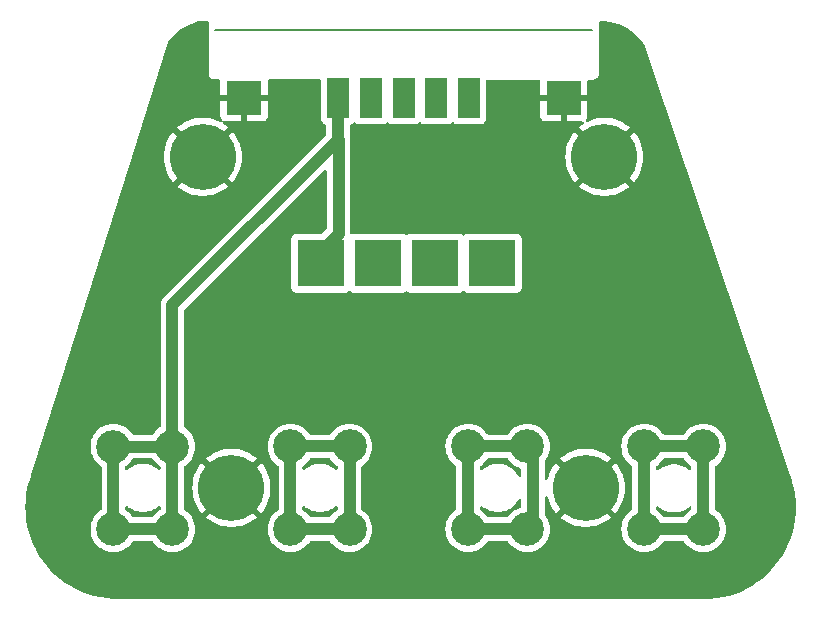
<source format=gtl>
%TF.GenerationSoftware,KiCad,Pcbnew,8.0.3*%
%TF.CreationDate,2024-06-22T21:50:30+02:00*%
%TF.ProjectId,W48_W49_Nummernschalter_Adapter,5734385f-5734-4395-9f4e-756d6d65726e,rev?*%
%TF.SameCoordinates,Original*%
%TF.FileFunction,Copper,L1,Top*%
%TF.FilePolarity,Positive*%
%FSLAX46Y46*%
G04 Gerber Fmt 4.6, Leading zero omitted, Abs format (unit mm)*
G04 Created by KiCad (PCBNEW 8.0.3) date 2024-06-22 21:50:30*
%MOMM*%
%LPD*%
G01*
G04 APERTURE LIST*
%TA.AperFunction,Conductor*%
%ADD10C,0.200000*%
%TD*%
%TA.AperFunction,ComponentPad*%
%ADD11C,3.600000*%
%TD*%
%TA.AperFunction,ConnectorPad*%
%ADD12C,5.600000*%
%TD*%
%TA.AperFunction,SMDPad,CuDef*%
%ADD13R,1.846667X3.480000*%
%TD*%
%TA.AperFunction,ComponentPad*%
%ADD14C,2.850000*%
%TD*%
%TA.AperFunction,ComponentPad*%
%ADD15R,4.000000X4.000000*%
%TD*%
%TA.AperFunction,SMDPad,CuDef*%
%ADD16R,3.000000X3.000000*%
%TD*%
%TA.AperFunction,Conductor*%
%ADD17C,1.000000*%
%TD*%
G04 APERTURE END LIST*
D10*
%TO.N,GND*%
X114000000Y-43250000D02*
X146000000Y-43250000D01*
%TD*%
D11*
%TO.P,H4,1,1*%
%TO.N,GND*%
X147000000Y-54000000D03*
D12*
X147000000Y-54000000D03*
%TD*%
D11*
%TO.P,H3,1,1*%
%TO.N,GND*%
X113000000Y-54000000D03*
D12*
X113000000Y-54000000D03*
%TD*%
D13*
%TO.P,J1,1,1*%
%TO.N,/GELB*%
X124460000Y-49000000D03*
%TO.P,J1,2,2*%
%TO.N,unconnected-(J1-Pad2)*%
X127230000Y-49000000D03*
%TO.P,J1,3,3*%
%TO.N,unconnected-(J1-Pad3)*%
X130000000Y-49000000D03*
%TO.P,J1,4,4*%
%TO.N,unconnected-(J1-Pad4)*%
X132770000Y-49000000D03*
%TO.P,J1,5,5*%
%TO.N,unconnected-(J1-Pad5)*%
X135540000Y-49000000D03*
%TD*%
D14*
%TO.P,J3,1_1,1*%
%TO.N,/BRAUN*%
X125430000Y-78515000D03*
%TO.P,J3,1_2,1*%
X120430000Y-78515000D03*
%TO.P,J3,1_3,1*%
X120430000Y-85525000D03*
%TO.P,J3,1_4,1*%
X125430000Y-85525000D03*
%TD*%
D11*
%TO.P,H1,1,1*%
%TO.N,GND*%
X145430000Y-82025000D03*
D12*
X145430000Y-82025000D03*
%TD*%
D14*
%TO.P,J5,1_1,1*%
%TO.N,/WEI\u00DF*%
X155380000Y-78515000D03*
%TO.P,J5,1_2,1*%
X150380000Y-78515000D03*
%TO.P,J5,1_3,1*%
X150380000Y-85525000D03*
%TO.P,J5,1_4,1*%
X155380000Y-85525000D03*
%TD*%
D15*
%TO.P,J6,1,Pin_1*%
%TO.N,/GELB*%
X123000000Y-63000000D03*
%TO.P,J6,2,Pin_2*%
%TO.N,/BRAUN*%
X127850000Y-63000000D03*
%TO.P,J6,3,Pin_3*%
X132650000Y-63000000D03*
%TO.P,J6,4,Pin_4*%
%TO.N,/WEI\u00DF*%
X137500000Y-63000000D03*
%TD*%
D14*
%TO.P,J4,1_1,1*%
%TO.N,/BRAUN*%
X140480000Y-78515000D03*
%TO.P,J4,1_2,1*%
X135480000Y-78515000D03*
%TO.P,J4,1_3,1*%
X135480000Y-85525000D03*
%TO.P,J4,1_4,1*%
X140480000Y-85525000D03*
%TD*%
D16*
%TO.P,TP1,1,1*%
%TO.N,GND*%
X143572663Y-49000000D03*
%TD*%
D14*
%TO.P,J2,1_1,1*%
%TO.N,/GELB*%
X110430000Y-78520000D03*
%TO.P,J2,1_2,1*%
X105430000Y-78520000D03*
%TO.P,J2,1_3,1*%
X105430000Y-85530000D03*
%TO.P,J2,1_4,1*%
X110430000Y-85530000D03*
%TD*%
D16*
%TO.P,TP2,1,1*%
%TO.N,GND*%
X116500000Y-49000000D03*
%TD*%
D11*
%TO.P,H2,1,1*%
%TO.N,GND*%
X115430000Y-82025000D03*
D12*
X115430000Y-82025000D03*
%TD*%
D17*
%TO.N,/BRAUN*%
X135480000Y-85525000D02*
X135480000Y-82406674D01*
X135448735Y-82198236D02*
X135453725Y-81789952D01*
X120430000Y-78515000D02*
X125430000Y-78515000D01*
X120430000Y-85525000D02*
X120430000Y-78515000D01*
X135980000Y-85525000D02*
X140980000Y-85525000D01*
X135453725Y-81789952D02*
X135480000Y-81639883D01*
X140980000Y-85525000D02*
X140980000Y-78515000D01*
X125430000Y-78515000D02*
X125430000Y-85525000D01*
X140980000Y-78515000D02*
X135980000Y-78515000D01*
X135480000Y-82406674D02*
X135448735Y-82198236D01*
X125430000Y-85525000D02*
X120430000Y-85525000D01*
X135480000Y-81639883D02*
X135480000Y-78515000D01*
%TO.N,/GELB*%
X105430000Y-85530000D02*
X105430000Y-78520000D01*
X124500000Y-52580000D02*
X124500000Y-60500000D01*
X124460000Y-49000000D02*
X124460000Y-52540000D01*
X110430000Y-78520000D02*
X110430000Y-85530000D01*
X110430000Y-85530000D02*
X105430000Y-85530000D01*
X110430000Y-67025000D02*
X110430000Y-78520000D01*
X110430000Y-66570000D02*
X110430000Y-67025000D01*
X105430000Y-78520000D02*
X110430000Y-78520000D01*
X124460000Y-52540000D02*
X110430000Y-66570000D01*
X124460000Y-52540000D02*
X124500000Y-52580000D01*
X124500000Y-60500000D02*
X122000000Y-63000000D01*
%TO.N,/WEI\u00DF*%
X150380000Y-78515000D02*
X150380000Y-85525000D01*
X155380000Y-85525000D02*
X155380000Y-78515000D01*
X150380000Y-85525000D02*
X155380000Y-85525000D01*
X155380000Y-78515000D02*
X150380000Y-78515000D01*
%TD*%
%TA.AperFunction,Conductor*%
%TO.N,GND*%
G36*
X113436543Y-42479969D02*
G01*
X113485206Y-42530106D01*
X113499500Y-42587903D01*
X113499500Y-46939775D01*
X113499460Y-47005597D01*
X113499499Y-47005890D01*
X113516640Y-47069864D01*
X113516649Y-47069935D01*
X113516659Y-47069933D01*
X113533494Y-47132912D01*
X113533608Y-47133187D01*
X113566635Y-47190392D01*
X113566671Y-47190455D01*
X113599315Y-47247074D01*
X113599503Y-47247318D01*
X113646300Y-47294114D01*
X113646354Y-47294168D01*
X113692445Y-47340315D01*
X113692685Y-47340499D01*
X113692686Y-47340500D01*
X113750074Y-47373633D01*
X113806535Y-47406276D01*
X113806536Y-47406276D01*
X113806539Y-47406278D01*
X113806809Y-47406390D01*
X113806811Y-47406390D01*
X113806814Y-47406392D01*
X113870197Y-47423374D01*
X113870263Y-47423414D01*
X113870269Y-47423394D01*
X113878434Y-47425587D01*
X113933809Y-47440461D01*
X113933819Y-47440461D01*
X113933859Y-47440467D01*
X113933949Y-47440479D01*
X113934108Y-47440500D01*
X113999022Y-47440500D01*
X114376075Y-47440725D01*
X114443102Y-47460450D01*
X114488825Y-47513281D01*
X114500000Y-47564725D01*
X114500000Y-48750000D01*
X118500000Y-48750000D01*
X118500000Y-47567264D01*
X118519685Y-47500225D01*
X118572489Y-47454470D01*
X118624066Y-47443265D01*
X122912243Y-47445829D01*
X122979268Y-47465554D01*
X123024991Y-47518385D01*
X123036166Y-47569829D01*
X123036166Y-50787870D01*
X123036167Y-50787876D01*
X123042574Y-50847483D01*
X123092868Y-50982328D01*
X123092872Y-50982335D01*
X123179118Y-51097544D01*
X123179121Y-51097547D01*
X123294330Y-51183793D01*
X123294339Y-51183798D01*
X123319591Y-51193216D01*
X123378832Y-51215311D01*
X123434766Y-51257181D01*
X123459184Y-51322645D01*
X123459500Y-51331493D01*
X123459500Y-52074217D01*
X123439815Y-52141256D01*
X123423181Y-52161898D01*
X109792220Y-65792859D01*
X109792218Y-65792861D01*
X109722538Y-65862540D01*
X109652859Y-65932219D01*
X109543371Y-66096079D01*
X109543364Y-66096092D01*
X109467950Y-66278160D01*
X109467947Y-66278170D01*
X109429500Y-66471456D01*
X109429500Y-76801647D01*
X109409815Y-76868686D01*
X109379811Y-76900914D01*
X109165846Y-77061086D01*
X109165834Y-77061096D01*
X108971096Y-77255834D01*
X108971080Y-77255852D01*
X108810915Y-77469810D01*
X108754982Y-77511682D01*
X108711648Y-77519500D01*
X107148352Y-77519500D01*
X107081313Y-77499815D01*
X107049085Y-77469810D01*
X106888919Y-77255852D01*
X106888903Y-77255834D01*
X106694165Y-77061096D01*
X106694147Y-77061080D01*
X106473665Y-76896030D01*
X106473657Y-76896025D01*
X106231930Y-76764032D01*
X106231931Y-76764032D01*
X106181679Y-76745289D01*
X105973862Y-76667777D01*
X105973855Y-76667775D01*
X105973854Y-76667775D01*
X105704734Y-76609232D01*
X105704727Y-76609231D01*
X105430001Y-76589582D01*
X105429999Y-76589582D01*
X105155272Y-76609231D01*
X105155265Y-76609232D01*
X104886145Y-76667775D01*
X104886141Y-76667776D01*
X104886138Y-76667777D01*
X104700402Y-76737052D01*
X104628069Y-76764032D01*
X104386342Y-76896025D01*
X104386334Y-76896030D01*
X104165852Y-77061080D01*
X104165834Y-77061096D01*
X103971096Y-77255834D01*
X103971080Y-77255852D01*
X103806030Y-77476334D01*
X103806025Y-77476342D01*
X103674032Y-77718069D01*
X103674030Y-77718075D01*
X103577777Y-77976138D01*
X103577776Y-77976141D01*
X103577775Y-77976145D01*
X103519232Y-78245265D01*
X103519231Y-78245272D01*
X103499582Y-78519998D01*
X103499582Y-78520001D01*
X103519231Y-78794727D01*
X103519232Y-78794734D01*
X103576689Y-79058862D01*
X103577777Y-79063862D01*
X103672165Y-79316925D01*
X103674032Y-79321930D01*
X103806025Y-79563657D01*
X103806030Y-79563665D01*
X103971080Y-79784147D01*
X103971096Y-79784165D01*
X104165834Y-79978903D01*
X104165852Y-79978919D01*
X104379810Y-80139085D01*
X104421682Y-80195018D01*
X104429500Y-80238352D01*
X104429500Y-83811647D01*
X104409815Y-83878686D01*
X104379811Y-83910914D01*
X104165846Y-84071086D01*
X104165834Y-84071096D01*
X103971096Y-84265834D01*
X103971080Y-84265852D01*
X103806030Y-84486334D01*
X103806025Y-84486342D01*
X103674032Y-84728069D01*
X103671298Y-84735400D01*
X103577777Y-84986138D01*
X103577776Y-84986141D01*
X103577775Y-84986145D01*
X103519232Y-85255265D01*
X103519231Y-85255272D01*
X103499582Y-85529998D01*
X103499582Y-85530001D01*
X103519231Y-85804727D01*
X103519232Y-85804734D01*
X103576689Y-86068862D01*
X103577777Y-86073862D01*
X103660266Y-86295023D01*
X103674032Y-86331930D01*
X103806025Y-86573657D01*
X103806030Y-86573665D01*
X103971080Y-86794147D01*
X103971096Y-86794165D01*
X104165834Y-86988903D01*
X104165852Y-86988919D01*
X104386334Y-87153969D01*
X104386342Y-87153974D01*
X104628069Y-87285967D01*
X104628068Y-87285967D01*
X104628072Y-87285968D01*
X104628075Y-87285970D01*
X104886138Y-87382223D01*
X105155273Y-87440769D01*
X105410350Y-87459012D01*
X105429999Y-87460418D01*
X105430000Y-87460418D01*
X105430001Y-87460418D01*
X105448338Y-87459106D01*
X105704727Y-87440769D01*
X105973862Y-87382223D01*
X106231925Y-87285970D01*
X106473663Y-87153971D01*
X106694155Y-86988913D01*
X106888913Y-86794155D01*
X107049085Y-86580190D01*
X107105018Y-86538318D01*
X107148352Y-86530500D01*
X108711648Y-86530500D01*
X108778687Y-86550185D01*
X108810915Y-86580190D01*
X108971080Y-86794147D01*
X108971096Y-86794165D01*
X109165834Y-86988903D01*
X109165852Y-86988919D01*
X109386334Y-87153969D01*
X109386342Y-87153974D01*
X109628069Y-87285967D01*
X109628068Y-87285967D01*
X109628072Y-87285968D01*
X109628075Y-87285970D01*
X109886138Y-87382223D01*
X110155273Y-87440769D01*
X110410350Y-87459012D01*
X110429999Y-87460418D01*
X110430000Y-87460418D01*
X110430001Y-87460418D01*
X110448338Y-87459106D01*
X110704727Y-87440769D01*
X110973862Y-87382223D01*
X111231925Y-87285970D01*
X111473663Y-87153971D01*
X111694155Y-86988913D01*
X111888913Y-86794155D01*
X112053971Y-86573663D01*
X112185970Y-86331925D01*
X112282223Y-86073862D01*
X112340769Y-85804727D01*
X112360418Y-85530000D01*
X112360060Y-85525001D01*
X112352399Y-85417884D01*
X112340769Y-85255273D01*
X112282223Y-84986138D01*
X112185970Y-84728075D01*
X112173698Y-84705601D01*
X112053974Y-84486342D01*
X112053969Y-84486334D01*
X111888919Y-84265852D01*
X111888903Y-84265834D01*
X111694165Y-84071096D01*
X111694159Y-84071091D01*
X111694155Y-84071087D01*
X111559900Y-83970585D01*
X111480189Y-83910914D01*
X111438318Y-83854980D01*
X111430500Y-83811647D01*
X111430500Y-82024997D01*
X112125153Y-82024997D01*
X112125153Y-82025002D01*
X112144526Y-82382314D01*
X112144527Y-82382331D01*
X112202415Y-82735431D01*
X112202421Y-82735457D01*
X112298147Y-83080232D01*
X112298149Y-83080239D01*
X112430597Y-83412659D01*
X112430606Y-83412677D01*
X112598218Y-83728827D01*
X112799024Y-84024994D01*
X112799035Y-84025008D01*
X112926441Y-84175002D01*
X112926442Y-84175002D01*
X114135747Y-82965697D01*
X114209588Y-83067330D01*
X114387670Y-83245412D01*
X114489300Y-83319251D01*
X113277257Y-84531294D01*
X113290495Y-84543836D01*
X113575367Y-84760388D01*
X113575370Y-84760390D01*
X113881990Y-84944876D01*
X114206739Y-85095122D01*
X114206744Y-85095123D01*
X114545855Y-85209383D01*
X114895339Y-85286311D01*
X115251075Y-85324999D01*
X115251085Y-85325000D01*
X115608915Y-85325000D01*
X115608924Y-85324999D01*
X115964660Y-85286311D01*
X116314144Y-85209383D01*
X116653255Y-85095123D01*
X116653260Y-85095122D01*
X116978009Y-84944876D01*
X117284629Y-84760390D01*
X117284632Y-84760388D01*
X117569509Y-84543831D01*
X117582742Y-84531295D01*
X117582742Y-84531294D01*
X116370699Y-83319251D01*
X116472330Y-83245412D01*
X116650412Y-83067330D01*
X116724252Y-82965698D01*
X117933556Y-84175002D01*
X118060972Y-84024998D01*
X118060975Y-84024994D01*
X118261781Y-83728827D01*
X118429393Y-83412677D01*
X118429402Y-83412659D01*
X118561850Y-83080239D01*
X118561852Y-83080232D01*
X118657578Y-82735457D01*
X118657584Y-82735431D01*
X118715472Y-82382331D01*
X118715473Y-82382314D01*
X118734847Y-82025002D01*
X118734847Y-82024997D01*
X118715473Y-81667685D01*
X118715472Y-81667668D01*
X118657584Y-81314568D01*
X118657578Y-81314542D01*
X118561852Y-80969767D01*
X118561850Y-80969760D01*
X118429402Y-80637340D01*
X118429393Y-80637322D01*
X118261781Y-80321172D01*
X118060975Y-80025005D01*
X118060964Y-80024991D01*
X117933556Y-79874996D01*
X116724251Y-81084300D01*
X116650412Y-80982670D01*
X116472330Y-80804588D01*
X116370698Y-80730748D01*
X117582742Y-79518704D01*
X117569504Y-79506163D01*
X117284632Y-79289611D01*
X117284629Y-79289609D01*
X116978009Y-79105123D01*
X116653260Y-78954877D01*
X116653255Y-78954876D01*
X116314144Y-78840616D01*
X115964660Y-78763688D01*
X115608924Y-78725000D01*
X115251075Y-78725000D01*
X114895339Y-78763688D01*
X114545855Y-78840616D01*
X114206744Y-78954876D01*
X114206739Y-78954877D01*
X113881990Y-79105123D01*
X113575370Y-79289609D01*
X113575367Y-79289611D01*
X113290486Y-79506170D01*
X113290485Y-79506171D01*
X113277257Y-79518702D01*
X113277256Y-79518703D01*
X114489301Y-80730748D01*
X114387670Y-80804588D01*
X114209588Y-80982670D01*
X114135748Y-81084301D01*
X112926442Y-79874995D01*
X112926441Y-79874996D01*
X112799033Y-80024992D01*
X112598218Y-80321172D01*
X112430606Y-80637322D01*
X112430597Y-80637340D01*
X112298149Y-80969760D01*
X112298147Y-80969767D01*
X112202421Y-81314542D01*
X112202415Y-81314568D01*
X112144527Y-81667668D01*
X112144526Y-81667685D01*
X112125153Y-82024997D01*
X111430500Y-82024997D01*
X111430500Y-80238352D01*
X111450185Y-80171313D01*
X111480190Y-80139085D01*
X111694147Y-79978919D01*
X111694147Y-79978918D01*
X111694155Y-79978913D01*
X111888913Y-79784155D01*
X112053971Y-79563663D01*
X112185970Y-79321925D01*
X112282223Y-79063862D01*
X112340769Y-78794727D01*
X112360418Y-78520000D01*
X112360060Y-78515001D01*
X112360060Y-78514998D01*
X118499582Y-78514998D01*
X118499582Y-78515001D01*
X118519231Y-78789727D01*
X118519232Y-78789734D01*
X118577775Y-79058854D01*
X118577777Y-79058862D01*
X118674030Y-79316925D01*
X118674032Y-79316930D01*
X118806025Y-79558657D01*
X118806030Y-79558665D01*
X118971080Y-79779147D01*
X118971096Y-79779165D01*
X119165834Y-79973903D01*
X119165852Y-79973919D01*
X119379810Y-80134085D01*
X119421682Y-80190018D01*
X119429500Y-80233352D01*
X119429500Y-83806647D01*
X119409815Y-83873686D01*
X119379811Y-83905914D01*
X119165846Y-84066086D01*
X119165834Y-84066096D01*
X118971096Y-84260834D01*
X118971080Y-84260852D01*
X118806030Y-84481334D01*
X118806025Y-84481342D01*
X118674032Y-84723069D01*
X118669433Y-84735400D01*
X118577777Y-84981138D01*
X118577776Y-84981141D01*
X118577775Y-84981145D01*
X118519232Y-85250265D01*
X118519231Y-85250272D01*
X118499582Y-85524998D01*
X118499582Y-85525001D01*
X118519231Y-85799727D01*
X118519232Y-85799734D01*
X118520320Y-85804734D01*
X118577777Y-86068862D01*
X118662131Y-86295023D01*
X118674032Y-86326930D01*
X118806025Y-86568657D01*
X118806030Y-86568665D01*
X118971080Y-86789147D01*
X118971096Y-86789165D01*
X119165834Y-86983903D01*
X119165852Y-86983919D01*
X119386334Y-87148969D01*
X119386342Y-87148974D01*
X119628069Y-87280967D01*
X119628068Y-87280967D01*
X119628072Y-87280968D01*
X119628075Y-87280970D01*
X119886138Y-87377223D01*
X120155273Y-87435769D01*
X120410350Y-87454012D01*
X120429999Y-87455418D01*
X120430000Y-87455418D01*
X120430001Y-87455418D01*
X120448338Y-87454106D01*
X120704727Y-87435769D01*
X120973862Y-87377223D01*
X121231925Y-87280970D01*
X121473663Y-87148971D01*
X121694155Y-86983913D01*
X121888913Y-86789155D01*
X122049085Y-86575190D01*
X122105018Y-86533318D01*
X122148352Y-86525500D01*
X123711648Y-86525500D01*
X123778687Y-86545185D01*
X123810915Y-86575190D01*
X123971080Y-86789147D01*
X123971096Y-86789165D01*
X124165834Y-86983903D01*
X124165852Y-86983919D01*
X124386334Y-87148969D01*
X124386342Y-87148974D01*
X124628069Y-87280967D01*
X124628068Y-87280967D01*
X124628072Y-87280968D01*
X124628075Y-87280970D01*
X124886138Y-87377223D01*
X125155273Y-87435769D01*
X125410350Y-87454012D01*
X125429999Y-87455418D01*
X125430000Y-87455418D01*
X125430001Y-87455418D01*
X125448338Y-87454106D01*
X125704727Y-87435769D01*
X125973862Y-87377223D01*
X126231925Y-87280970D01*
X126473663Y-87148971D01*
X126694155Y-86983913D01*
X126888913Y-86789155D01*
X127053971Y-86568663D01*
X127185970Y-86326925D01*
X127282223Y-86068862D01*
X127340769Y-85799727D01*
X127360418Y-85525000D01*
X127340769Y-85250273D01*
X127282223Y-84981138D01*
X127185970Y-84723075D01*
X127176428Y-84705601D01*
X127053974Y-84481342D01*
X127053969Y-84481334D01*
X126888919Y-84260852D01*
X126888903Y-84260834D01*
X126694165Y-84066096D01*
X126694159Y-84066091D01*
X126694155Y-84066087D01*
X126486868Y-83910914D01*
X126480189Y-83905914D01*
X126438318Y-83849980D01*
X126430500Y-83806647D01*
X126430500Y-80233352D01*
X126450185Y-80166313D01*
X126480190Y-80134085D01*
X126694147Y-79973919D01*
X126694147Y-79973918D01*
X126694155Y-79973913D01*
X126888913Y-79779155D01*
X127053971Y-79558663D01*
X127185970Y-79316925D01*
X127282223Y-79058862D01*
X127340769Y-78789727D01*
X127360418Y-78515000D01*
X127360418Y-78514998D01*
X133549582Y-78514998D01*
X133549582Y-78515001D01*
X133569231Y-78789727D01*
X133569232Y-78789734D01*
X133627775Y-79058854D01*
X133627777Y-79058862D01*
X133724030Y-79316925D01*
X133724032Y-79316930D01*
X133856025Y-79558657D01*
X133856030Y-79558665D01*
X134021080Y-79779147D01*
X134021096Y-79779165D01*
X134215834Y-79973903D01*
X134215852Y-79973919D01*
X134429810Y-80134085D01*
X134471682Y-80190018D01*
X134479500Y-80233352D01*
X134479500Y-81542182D01*
X134477642Y-81563569D01*
X134471634Y-81597881D01*
X134470805Y-81602169D01*
X134454503Y-81679191D01*
X134454408Y-81686970D01*
X134452561Y-81706812D01*
X134451222Y-81714463D01*
X134451222Y-81714465D01*
X134453033Y-81793147D01*
X134453057Y-81797516D01*
X134448550Y-82166216D01*
X134448419Y-82170582D01*
X134444686Y-82249194D01*
X134444686Y-82249205D01*
X134445837Y-82256877D01*
X134447199Y-82276768D01*
X134447104Y-82284538D01*
X134447105Y-82284543D01*
X134461517Y-82361932D01*
X134462241Y-82366239D01*
X134478128Y-82472146D01*
X134479500Y-82490541D01*
X134479500Y-83806647D01*
X134459815Y-83873686D01*
X134429811Y-83905914D01*
X134215846Y-84066086D01*
X134215834Y-84066096D01*
X134021096Y-84260834D01*
X134021080Y-84260852D01*
X133856030Y-84481334D01*
X133856025Y-84481342D01*
X133724032Y-84723069D01*
X133719433Y-84735400D01*
X133627777Y-84981138D01*
X133627776Y-84981141D01*
X133627775Y-84981145D01*
X133569232Y-85250265D01*
X133569231Y-85250272D01*
X133549582Y-85524998D01*
X133549582Y-85525001D01*
X133569231Y-85799727D01*
X133569232Y-85799734D01*
X133570320Y-85804734D01*
X133627777Y-86068862D01*
X133712131Y-86295023D01*
X133724032Y-86326930D01*
X133856025Y-86568657D01*
X133856030Y-86568665D01*
X134021080Y-86789147D01*
X134021096Y-86789165D01*
X134215834Y-86983903D01*
X134215852Y-86983919D01*
X134436334Y-87148969D01*
X134436342Y-87148974D01*
X134678069Y-87280967D01*
X134678068Y-87280967D01*
X134678072Y-87280968D01*
X134678075Y-87280970D01*
X134936138Y-87377223D01*
X135205273Y-87435769D01*
X135460350Y-87454012D01*
X135479999Y-87455418D01*
X135480000Y-87455418D01*
X135480001Y-87455418D01*
X135498338Y-87454106D01*
X135754727Y-87435769D01*
X136023862Y-87377223D01*
X136281925Y-87280970D01*
X136523663Y-87148971D01*
X136744155Y-86983913D01*
X136938913Y-86789155D01*
X137099085Y-86575190D01*
X137155018Y-86533318D01*
X137198352Y-86525500D01*
X138761648Y-86525500D01*
X138828687Y-86545185D01*
X138860915Y-86575190D01*
X139021080Y-86789147D01*
X139021096Y-86789165D01*
X139215834Y-86983903D01*
X139215852Y-86983919D01*
X139436334Y-87148969D01*
X139436342Y-87148974D01*
X139678069Y-87280967D01*
X139678068Y-87280967D01*
X139678072Y-87280968D01*
X139678075Y-87280970D01*
X139936138Y-87377223D01*
X140205273Y-87435769D01*
X140460350Y-87454012D01*
X140479999Y-87455418D01*
X140480000Y-87455418D01*
X140480001Y-87455418D01*
X140498338Y-87454106D01*
X140754727Y-87435769D01*
X141023862Y-87377223D01*
X141281925Y-87280970D01*
X141523663Y-87148971D01*
X141744155Y-86983913D01*
X141938913Y-86789155D01*
X142103971Y-86568663D01*
X142235970Y-86326925D01*
X142332223Y-86068862D01*
X142390769Y-85799727D01*
X142410418Y-85525000D01*
X142390769Y-85250273D01*
X142332223Y-84981138D01*
X142235970Y-84723075D01*
X142226428Y-84705601D01*
X142103974Y-84481342D01*
X142103969Y-84481334D01*
X142005233Y-84349437D01*
X141980816Y-84283973D01*
X141980500Y-84275127D01*
X141980500Y-82846278D01*
X142000185Y-82779239D01*
X142052989Y-82733484D01*
X142122147Y-82723540D01*
X142185703Y-82752565D01*
X142223477Y-82811343D01*
X142223980Y-82813105D01*
X142298147Y-83080232D01*
X142298149Y-83080239D01*
X142430597Y-83412659D01*
X142430606Y-83412677D01*
X142598218Y-83728827D01*
X142799024Y-84024994D01*
X142799035Y-84025008D01*
X142926441Y-84175002D01*
X142926442Y-84175002D01*
X144135747Y-82965697D01*
X144209588Y-83067330D01*
X144387670Y-83245412D01*
X144489300Y-83319251D01*
X143277257Y-84531294D01*
X143290495Y-84543836D01*
X143575367Y-84760388D01*
X143575370Y-84760390D01*
X143881990Y-84944876D01*
X144206739Y-85095122D01*
X144206744Y-85095123D01*
X144545855Y-85209383D01*
X144895339Y-85286311D01*
X145251075Y-85324999D01*
X145251085Y-85325000D01*
X145608915Y-85325000D01*
X145608924Y-85324999D01*
X145964660Y-85286311D01*
X146314144Y-85209383D01*
X146653255Y-85095123D01*
X146653260Y-85095122D01*
X146978009Y-84944876D01*
X147284629Y-84760390D01*
X147284632Y-84760388D01*
X147569509Y-84543831D01*
X147582742Y-84531295D01*
X147582742Y-84531294D01*
X146370699Y-83319251D01*
X146472330Y-83245412D01*
X146650412Y-83067330D01*
X146724251Y-82965698D01*
X147933556Y-84175002D01*
X148060972Y-84024998D01*
X148060975Y-84024994D01*
X148261781Y-83728827D01*
X148429393Y-83412677D01*
X148429402Y-83412659D01*
X148561850Y-83080239D01*
X148561852Y-83080232D01*
X148657578Y-82735457D01*
X148657584Y-82735431D01*
X148715472Y-82382331D01*
X148715473Y-82382314D01*
X148734847Y-82025002D01*
X148734847Y-82024997D01*
X148715473Y-81667685D01*
X148715472Y-81667668D01*
X148657584Y-81314568D01*
X148657578Y-81314542D01*
X148561852Y-80969767D01*
X148561850Y-80969760D01*
X148429402Y-80637340D01*
X148429393Y-80637322D01*
X148261781Y-80321172D01*
X148060975Y-80025005D01*
X148060964Y-80024991D01*
X147933556Y-79874996D01*
X146724251Y-81084300D01*
X146650412Y-80982670D01*
X146472330Y-80804588D01*
X146370698Y-80730748D01*
X147582742Y-79518704D01*
X147569504Y-79506163D01*
X147284632Y-79289611D01*
X147284629Y-79289609D01*
X146978009Y-79105123D01*
X146653260Y-78954877D01*
X146653255Y-78954876D01*
X146314144Y-78840616D01*
X145964660Y-78763688D01*
X145608924Y-78725000D01*
X145251075Y-78725000D01*
X144895339Y-78763688D01*
X144545855Y-78840616D01*
X144206744Y-78954876D01*
X144206739Y-78954877D01*
X143881990Y-79105123D01*
X143575370Y-79289609D01*
X143575367Y-79289611D01*
X143290486Y-79506170D01*
X143290485Y-79506171D01*
X143277257Y-79518702D01*
X143277256Y-79518703D01*
X144489301Y-80730748D01*
X144387670Y-80804588D01*
X144209588Y-80982670D01*
X144135748Y-81084301D01*
X142926442Y-79874995D01*
X142926441Y-79874996D01*
X142799033Y-80024992D01*
X142598218Y-80321172D01*
X142430606Y-80637322D01*
X142430597Y-80637340D01*
X142298149Y-80969760D01*
X142298148Y-80969762D01*
X142223980Y-81236895D01*
X142187078Y-81296224D01*
X142123958Y-81326185D01*
X142054660Y-81317264D01*
X142001186Y-81272294D01*
X141980514Y-81205553D01*
X141980500Y-81203721D01*
X141980500Y-79764871D01*
X142000185Y-79697832D01*
X142005218Y-79690581D01*
X142103971Y-79558663D01*
X142235970Y-79316925D01*
X142332223Y-79058862D01*
X142390769Y-78789727D01*
X142410418Y-78515000D01*
X142410418Y-78514998D01*
X148449582Y-78514998D01*
X148449582Y-78515001D01*
X148469231Y-78789727D01*
X148469232Y-78789734D01*
X148527775Y-79058854D01*
X148527777Y-79058862D01*
X148624030Y-79316925D01*
X148624032Y-79316930D01*
X148756025Y-79558657D01*
X148756030Y-79558665D01*
X148921080Y-79779147D01*
X148921096Y-79779165D01*
X149115834Y-79973903D01*
X149115852Y-79973919D01*
X149329810Y-80134085D01*
X149371682Y-80190018D01*
X149379500Y-80233352D01*
X149379500Y-83806647D01*
X149359815Y-83873686D01*
X149329811Y-83905914D01*
X149115846Y-84066086D01*
X149115834Y-84066096D01*
X148921096Y-84260834D01*
X148921080Y-84260852D01*
X148756030Y-84481334D01*
X148756025Y-84481342D01*
X148624032Y-84723069D01*
X148619433Y-84735400D01*
X148527777Y-84981138D01*
X148527776Y-84981141D01*
X148527775Y-84981145D01*
X148469232Y-85250265D01*
X148469231Y-85250272D01*
X148449582Y-85524998D01*
X148449582Y-85525001D01*
X148469231Y-85799727D01*
X148469232Y-85799734D01*
X148470320Y-85804734D01*
X148527777Y-86068862D01*
X148612131Y-86295023D01*
X148624032Y-86326930D01*
X148756025Y-86568657D01*
X148756030Y-86568665D01*
X148921080Y-86789147D01*
X148921096Y-86789165D01*
X149115834Y-86983903D01*
X149115852Y-86983919D01*
X149336334Y-87148969D01*
X149336342Y-87148974D01*
X149578069Y-87280967D01*
X149578068Y-87280967D01*
X149578072Y-87280968D01*
X149578075Y-87280970D01*
X149836138Y-87377223D01*
X150105273Y-87435769D01*
X150360350Y-87454012D01*
X150379999Y-87455418D01*
X150380000Y-87455418D01*
X150380001Y-87455418D01*
X150398338Y-87454106D01*
X150654727Y-87435769D01*
X150923862Y-87377223D01*
X151181925Y-87280970D01*
X151423663Y-87148971D01*
X151644155Y-86983913D01*
X151838913Y-86789155D01*
X151999085Y-86575190D01*
X152055018Y-86533318D01*
X152098352Y-86525500D01*
X153661648Y-86525500D01*
X153728687Y-86545185D01*
X153760915Y-86575190D01*
X153921080Y-86789147D01*
X153921096Y-86789165D01*
X154115834Y-86983903D01*
X154115852Y-86983919D01*
X154336334Y-87148969D01*
X154336342Y-87148974D01*
X154578069Y-87280967D01*
X154578068Y-87280967D01*
X154578072Y-87280968D01*
X154578075Y-87280970D01*
X154836138Y-87377223D01*
X155105273Y-87435769D01*
X155360350Y-87454012D01*
X155379999Y-87455418D01*
X155380000Y-87455418D01*
X155380001Y-87455418D01*
X155398338Y-87454106D01*
X155654727Y-87435769D01*
X155923862Y-87377223D01*
X156181925Y-87280970D01*
X156423663Y-87148971D01*
X156644155Y-86983913D01*
X156838913Y-86789155D01*
X157003971Y-86568663D01*
X157135970Y-86326925D01*
X157232223Y-86068862D01*
X157290769Y-85799727D01*
X157310418Y-85525000D01*
X157290769Y-85250273D01*
X157232223Y-84981138D01*
X157135970Y-84723075D01*
X157126428Y-84705601D01*
X157003974Y-84481342D01*
X157003969Y-84481334D01*
X156838919Y-84260852D01*
X156838903Y-84260834D01*
X156644165Y-84066096D01*
X156644159Y-84066091D01*
X156644155Y-84066087D01*
X156436868Y-83910914D01*
X156430189Y-83905914D01*
X156388318Y-83849980D01*
X156380500Y-83806647D01*
X156380500Y-80233352D01*
X156400185Y-80166313D01*
X156430190Y-80134085D01*
X156644147Y-79973919D01*
X156644147Y-79973918D01*
X156644155Y-79973913D01*
X156838913Y-79779155D01*
X157003971Y-79558663D01*
X157135970Y-79316925D01*
X157232223Y-79058862D01*
X157290769Y-78789727D01*
X157310418Y-78515000D01*
X157290769Y-78240273D01*
X157232223Y-77971138D01*
X157135970Y-77713075D01*
X157003971Y-77471337D01*
X156999085Y-77464810D01*
X156838919Y-77250852D01*
X156838903Y-77250834D01*
X156644165Y-77056096D01*
X156644147Y-77056080D01*
X156423665Y-76891030D01*
X156423657Y-76891025D01*
X156181930Y-76759032D01*
X156181931Y-76759032D01*
X156131679Y-76740289D01*
X155923862Y-76662777D01*
X155923855Y-76662775D01*
X155923854Y-76662775D01*
X155654734Y-76604232D01*
X155654727Y-76604231D01*
X155380001Y-76584582D01*
X155379999Y-76584582D01*
X155105272Y-76604231D01*
X155105265Y-76604232D01*
X154836145Y-76662775D01*
X154836141Y-76662776D01*
X154836138Y-76662777D01*
X154650402Y-76732052D01*
X154578069Y-76759032D01*
X154336342Y-76891025D01*
X154336334Y-76891030D01*
X154115852Y-77056080D01*
X154115834Y-77056096D01*
X153921096Y-77250834D01*
X153921080Y-77250852D01*
X153760915Y-77464810D01*
X153704982Y-77506682D01*
X153661648Y-77514500D01*
X152098352Y-77514500D01*
X152031313Y-77494815D01*
X151999085Y-77464810D01*
X151838919Y-77250852D01*
X151838903Y-77250834D01*
X151644165Y-77056096D01*
X151644147Y-77056080D01*
X151423665Y-76891030D01*
X151423657Y-76891025D01*
X151181930Y-76759032D01*
X151181931Y-76759032D01*
X151131679Y-76740289D01*
X150923862Y-76662777D01*
X150923855Y-76662775D01*
X150923854Y-76662775D01*
X150654734Y-76604232D01*
X150654727Y-76604231D01*
X150380001Y-76584582D01*
X150379999Y-76584582D01*
X150105272Y-76604231D01*
X150105265Y-76604232D01*
X149836145Y-76662775D01*
X149836141Y-76662776D01*
X149836138Y-76662777D01*
X149650402Y-76732052D01*
X149578069Y-76759032D01*
X149336342Y-76891025D01*
X149336334Y-76891030D01*
X149115852Y-77056080D01*
X149115834Y-77056096D01*
X148921096Y-77250834D01*
X148921080Y-77250852D01*
X148756030Y-77471334D01*
X148756025Y-77471342D01*
X148624032Y-77713069D01*
X148624030Y-77713075D01*
X148527777Y-77971138D01*
X148527776Y-77971141D01*
X148527775Y-77971145D01*
X148469232Y-78240265D01*
X148469231Y-78240272D01*
X148449582Y-78514998D01*
X142410418Y-78514998D01*
X142390769Y-78240273D01*
X142332223Y-77971138D01*
X142235970Y-77713075D01*
X142103971Y-77471337D01*
X142099085Y-77464810D01*
X141938919Y-77250852D01*
X141938903Y-77250834D01*
X141744165Y-77056096D01*
X141744147Y-77056080D01*
X141523665Y-76891030D01*
X141523657Y-76891025D01*
X141281930Y-76759032D01*
X141281931Y-76759032D01*
X141231679Y-76740289D01*
X141023862Y-76662777D01*
X141023855Y-76662775D01*
X141023854Y-76662775D01*
X140754734Y-76604232D01*
X140754727Y-76604231D01*
X140480001Y-76584582D01*
X140479999Y-76584582D01*
X140205272Y-76604231D01*
X140205265Y-76604232D01*
X139936145Y-76662775D01*
X139936141Y-76662776D01*
X139936138Y-76662777D01*
X139750402Y-76732052D01*
X139678069Y-76759032D01*
X139436342Y-76891025D01*
X139436334Y-76891030D01*
X139215852Y-77056080D01*
X139215834Y-77056096D01*
X139021096Y-77250834D01*
X139021080Y-77250852D01*
X138860915Y-77464810D01*
X138804982Y-77506682D01*
X138761648Y-77514500D01*
X137198352Y-77514500D01*
X137131313Y-77494815D01*
X137099085Y-77464810D01*
X136938919Y-77250852D01*
X136938903Y-77250834D01*
X136744165Y-77056096D01*
X136744147Y-77056080D01*
X136523665Y-76891030D01*
X136523657Y-76891025D01*
X136281930Y-76759032D01*
X136281931Y-76759032D01*
X136231679Y-76740289D01*
X136023862Y-76662777D01*
X136023855Y-76662775D01*
X136023854Y-76662775D01*
X135754734Y-76604232D01*
X135754727Y-76604231D01*
X135480001Y-76584582D01*
X135479999Y-76584582D01*
X135205272Y-76604231D01*
X135205265Y-76604232D01*
X134936145Y-76662775D01*
X134936141Y-76662776D01*
X134936138Y-76662777D01*
X134750402Y-76732052D01*
X134678069Y-76759032D01*
X134436342Y-76891025D01*
X134436334Y-76891030D01*
X134215852Y-77056080D01*
X134215834Y-77056096D01*
X134021096Y-77250834D01*
X134021080Y-77250852D01*
X133856030Y-77471334D01*
X133856025Y-77471342D01*
X133724032Y-77713069D01*
X133724030Y-77713075D01*
X133627777Y-77971138D01*
X133627776Y-77971141D01*
X133627775Y-77971145D01*
X133569232Y-78240265D01*
X133569231Y-78240272D01*
X133549582Y-78514998D01*
X127360418Y-78514998D01*
X127340769Y-78240273D01*
X127282223Y-77971138D01*
X127185970Y-77713075D01*
X127053971Y-77471337D01*
X127049085Y-77464810D01*
X126888919Y-77250852D01*
X126888903Y-77250834D01*
X126694165Y-77056096D01*
X126694147Y-77056080D01*
X126473665Y-76891030D01*
X126473657Y-76891025D01*
X126231930Y-76759032D01*
X126231931Y-76759032D01*
X126181679Y-76740289D01*
X125973862Y-76662777D01*
X125973855Y-76662775D01*
X125973854Y-76662775D01*
X125704734Y-76604232D01*
X125704727Y-76604231D01*
X125430001Y-76584582D01*
X125429999Y-76584582D01*
X125155272Y-76604231D01*
X125155265Y-76604232D01*
X124886145Y-76662775D01*
X124886141Y-76662776D01*
X124886138Y-76662777D01*
X124700402Y-76732052D01*
X124628069Y-76759032D01*
X124386342Y-76891025D01*
X124386334Y-76891030D01*
X124165852Y-77056080D01*
X124165834Y-77056096D01*
X123971096Y-77250834D01*
X123971080Y-77250852D01*
X123810915Y-77464810D01*
X123754982Y-77506682D01*
X123711648Y-77514500D01*
X122148352Y-77514500D01*
X122081313Y-77494815D01*
X122049085Y-77464810D01*
X121888919Y-77250852D01*
X121888903Y-77250834D01*
X121694165Y-77056096D01*
X121694147Y-77056080D01*
X121473665Y-76891030D01*
X121473657Y-76891025D01*
X121231930Y-76759032D01*
X121231931Y-76759032D01*
X121181679Y-76740289D01*
X120973862Y-76662777D01*
X120973855Y-76662775D01*
X120973854Y-76662775D01*
X120704734Y-76604232D01*
X120704727Y-76604231D01*
X120430001Y-76584582D01*
X120429999Y-76584582D01*
X120155272Y-76604231D01*
X120155265Y-76604232D01*
X119886145Y-76662775D01*
X119886141Y-76662776D01*
X119886138Y-76662777D01*
X119700402Y-76732052D01*
X119628069Y-76759032D01*
X119386342Y-76891025D01*
X119386334Y-76891030D01*
X119165852Y-77056080D01*
X119165834Y-77056096D01*
X118971096Y-77250834D01*
X118971080Y-77250852D01*
X118806030Y-77471334D01*
X118806025Y-77471342D01*
X118674032Y-77713069D01*
X118674030Y-77713075D01*
X118577777Y-77971138D01*
X118577776Y-77971141D01*
X118577775Y-77971145D01*
X118519232Y-78240265D01*
X118519231Y-78240272D01*
X118499582Y-78514998D01*
X112360060Y-78514998D01*
X112357794Y-78483323D01*
X112340769Y-78245273D01*
X112282223Y-77976138D01*
X112185970Y-77718075D01*
X112053971Y-77476337D01*
X112045342Y-77464810D01*
X111888919Y-77255852D01*
X111888903Y-77255834D01*
X111694165Y-77061096D01*
X111694159Y-77061091D01*
X111694155Y-77061087D01*
X111480189Y-76900914D01*
X111438318Y-76844980D01*
X111430500Y-76801647D01*
X111430500Y-67035782D01*
X111450185Y-66968743D01*
X111466819Y-66948101D01*
X123287819Y-55127101D01*
X123349142Y-55093616D01*
X123418834Y-55098600D01*
X123474767Y-55140472D01*
X123499184Y-55205936D01*
X123499500Y-55214782D01*
X123499500Y-60034217D01*
X123479815Y-60101256D01*
X123463181Y-60121898D01*
X123121898Y-60463181D01*
X123060575Y-60496666D01*
X123034217Y-60499500D01*
X120952129Y-60499500D01*
X120952123Y-60499501D01*
X120892516Y-60505908D01*
X120757671Y-60556202D01*
X120757664Y-60556206D01*
X120642455Y-60642452D01*
X120642452Y-60642455D01*
X120556206Y-60757664D01*
X120556202Y-60757671D01*
X120505908Y-60892517D01*
X120499501Y-60952116D01*
X120499501Y-60952123D01*
X120499500Y-60952135D01*
X120499500Y-65047870D01*
X120499501Y-65047876D01*
X120505908Y-65107483D01*
X120556202Y-65242328D01*
X120556206Y-65242335D01*
X120642452Y-65357544D01*
X120642455Y-65357547D01*
X120757664Y-65443793D01*
X120757671Y-65443797D01*
X120892517Y-65494091D01*
X120892516Y-65494091D01*
X120899444Y-65494835D01*
X120952127Y-65500500D01*
X125047872Y-65500499D01*
X125107483Y-65494091D01*
X125242331Y-65443796D01*
X125350690Y-65362678D01*
X125416152Y-65338261D01*
X125484426Y-65353112D01*
X125499303Y-65362673D01*
X125607665Y-65443793D01*
X125607668Y-65443795D01*
X125607671Y-65443797D01*
X125742517Y-65494091D01*
X125742516Y-65494091D01*
X125749444Y-65494835D01*
X125802127Y-65500500D01*
X129897872Y-65500499D01*
X129957483Y-65494091D01*
X130092331Y-65443796D01*
X130175689Y-65381393D01*
X130241153Y-65356977D01*
X130309426Y-65371828D01*
X130324311Y-65381394D01*
X130407669Y-65443796D01*
X130407671Y-65443797D01*
X130542517Y-65494091D01*
X130542516Y-65494091D01*
X130549444Y-65494835D01*
X130602127Y-65500500D01*
X134697872Y-65500499D01*
X134757483Y-65494091D01*
X134892331Y-65443796D01*
X135000690Y-65362678D01*
X135066152Y-65338261D01*
X135134426Y-65353112D01*
X135149303Y-65362673D01*
X135257665Y-65443793D01*
X135257668Y-65443795D01*
X135257671Y-65443797D01*
X135392517Y-65494091D01*
X135392516Y-65494091D01*
X135399444Y-65494835D01*
X135452127Y-65500500D01*
X139547872Y-65500499D01*
X139607483Y-65494091D01*
X139742331Y-65443796D01*
X139857546Y-65357546D01*
X139943796Y-65242331D01*
X139994091Y-65107483D01*
X140000500Y-65047873D01*
X140000499Y-60952128D01*
X139994091Y-60892517D01*
X139943796Y-60757669D01*
X139943795Y-60757668D01*
X139943793Y-60757664D01*
X139857547Y-60642455D01*
X139857544Y-60642452D01*
X139742335Y-60556206D01*
X139742328Y-60556202D01*
X139607482Y-60505908D01*
X139607483Y-60505908D01*
X139547883Y-60499501D01*
X139547881Y-60499500D01*
X139547873Y-60499500D01*
X139547864Y-60499500D01*
X135452129Y-60499500D01*
X135452123Y-60499501D01*
X135392516Y-60505908D01*
X135257671Y-60556202D01*
X135257669Y-60556203D01*
X135149311Y-60637321D01*
X135083847Y-60661738D01*
X135015574Y-60646887D01*
X135000689Y-60637321D01*
X134892330Y-60556203D01*
X134892328Y-60556202D01*
X134757482Y-60505908D01*
X134757483Y-60505908D01*
X134697883Y-60499501D01*
X134697881Y-60499500D01*
X134697873Y-60499500D01*
X134697864Y-60499500D01*
X130602129Y-60499500D01*
X130602123Y-60499501D01*
X130542516Y-60505908D01*
X130407671Y-60556202D01*
X130407669Y-60556203D01*
X130324311Y-60618606D01*
X130258847Y-60643023D01*
X130190574Y-60628172D01*
X130175689Y-60618606D01*
X130092330Y-60556203D01*
X130092328Y-60556202D01*
X129957482Y-60505908D01*
X129957483Y-60505908D01*
X129897883Y-60499501D01*
X129897881Y-60499500D01*
X129897873Y-60499500D01*
X129897864Y-60499500D01*
X125802129Y-60499500D01*
X125802123Y-60499501D01*
X125742514Y-60505909D01*
X125667832Y-60533763D01*
X125598140Y-60538747D01*
X125536817Y-60505261D01*
X125503333Y-60443937D01*
X125500500Y-60417581D01*
X125500500Y-53999997D01*
X143695153Y-53999997D01*
X143695153Y-54000002D01*
X143714526Y-54357314D01*
X143714527Y-54357331D01*
X143772415Y-54710431D01*
X143772421Y-54710457D01*
X143868147Y-55055232D01*
X143868149Y-55055239D01*
X144000597Y-55387659D01*
X144000606Y-55387677D01*
X144168218Y-55703827D01*
X144369024Y-55999994D01*
X144369035Y-56000008D01*
X144496441Y-56150002D01*
X144496442Y-56150002D01*
X145705747Y-54940697D01*
X145779588Y-55042330D01*
X145957670Y-55220412D01*
X146059300Y-55294251D01*
X144847257Y-56506294D01*
X144860495Y-56518836D01*
X145145367Y-56735388D01*
X145145370Y-56735390D01*
X145451990Y-56919876D01*
X145776739Y-57070122D01*
X145776744Y-57070123D01*
X146115855Y-57184383D01*
X146465339Y-57261311D01*
X146821075Y-57299999D01*
X146821085Y-57300000D01*
X147178915Y-57300000D01*
X147178924Y-57299999D01*
X147534660Y-57261311D01*
X147884144Y-57184383D01*
X148223255Y-57070123D01*
X148223260Y-57070122D01*
X148548009Y-56919876D01*
X148854629Y-56735390D01*
X148854632Y-56735388D01*
X149139509Y-56518831D01*
X149152742Y-56506295D01*
X149152742Y-56506294D01*
X147940699Y-55294251D01*
X148042330Y-55220412D01*
X148220412Y-55042330D01*
X148294251Y-54940698D01*
X149503556Y-56150002D01*
X149630972Y-55999998D01*
X149630975Y-55999994D01*
X149831781Y-55703827D01*
X149999393Y-55387677D01*
X149999402Y-55387659D01*
X150131850Y-55055239D01*
X150131852Y-55055232D01*
X150227578Y-54710457D01*
X150227584Y-54710431D01*
X150285472Y-54357331D01*
X150285473Y-54357314D01*
X150304847Y-54000002D01*
X150304847Y-53999997D01*
X150285473Y-53642685D01*
X150285472Y-53642668D01*
X150227584Y-53289568D01*
X150227578Y-53289542D01*
X150131852Y-52944767D01*
X150131850Y-52944760D01*
X149999402Y-52612340D01*
X149999393Y-52612322D01*
X149831781Y-52296172D01*
X149630975Y-52000005D01*
X149630964Y-51999991D01*
X149503556Y-51849996D01*
X148294251Y-53059300D01*
X148220412Y-52957670D01*
X148042330Y-52779588D01*
X147940698Y-52705748D01*
X149152742Y-51493704D01*
X149139504Y-51481163D01*
X148854632Y-51264611D01*
X148854629Y-51264609D01*
X148548009Y-51080123D01*
X148223260Y-50929877D01*
X148223255Y-50929876D01*
X147884144Y-50815616D01*
X147534660Y-50738688D01*
X147178924Y-50700000D01*
X146821075Y-50700000D01*
X146465339Y-50738688D01*
X146115855Y-50815616D01*
X145776744Y-50929876D01*
X145776739Y-50929877D01*
X145608312Y-51007801D01*
X145539204Y-51018085D01*
X145475506Y-50989374D01*
X145437442Y-50930782D01*
X145437098Y-50860914D01*
X145456980Y-50820950D01*
X145516015Y-50742089D01*
X145516017Y-50742086D01*
X145566259Y-50607379D01*
X145566261Y-50607372D01*
X145572662Y-50547844D01*
X145572663Y-50547827D01*
X145572663Y-49250000D01*
X143822663Y-49250000D01*
X143822663Y-51000000D01*
X145120491Y-51000000D01*
X145120496Y-50999999D01*
X145127760Y-50999218D01*
X145196521Y-51011616D01*
X145247663Y-51059222D01*
X145264949Y-51126919D01*
X145242891Y-51193216D01*
X145204958Y-51228756D01*
X145145368Y-51264610D01*
X145145367Y-51264611D01*
X144860486Y-51481170D01*
X144860485Y-51481171D01*
X144847257Y-51493702D01*
X144847256Y-51493703D01*
X146059301Y-52705748D01*
X145957670Y-52779588D01*
X145779588Y-52957670D01*
X145705748Y-53059301D01*
X144496442Y-51849995D01*
X144496441Y-51849996D01*
X144369033Y-51999992D01*
X144168218Y-52296172D01*
X144000606Y-52612322D01*
X144000597Y-52612340D01*
X143868149Y-52944760D01*
X143868147Y-52944767D01*
X143772421Y-53289542D01*
X143772415Y-53289568D01*
X143714527Y-53642668D01*
X143714526Y-53642685D01*
X143695153Y-53999997D01*
X125500500Y-53999997D01*
X125500500Y-52684675D01*
X125500501Y-52684654D01*
X125500501Y-52481457D01*
X125500500Y-52481455D01*
X125462883Y-52292340D01*
X125460500Y-52268149D01*
X125460500Y-51331493D01*
X125480185Y-51264454D01*
X125532989Y-51218699D01*
X125541160Y-51215314D01*
X125625665Y-51183796D01*
X125740880Y-51097546D01*
X125745733Y-51091062D01*
X125801666Y-51049191D01*
X125871357Y-51044207D01*
X125932681Y-51077691D01*
X125944267Y-51091063D01*
X125949120Y-51097546D01*
X125949121Y-51097547D01*
X126064330Y-51183793D01*
X126064337Y-51183797D01*
X126199183Y-51234091D01*
X126199182Y-51234091D01*
X126206110Y-51234835D01*
X126258793Y-51240500D01*
X128201206Y-51240499D01*
X128260817Y-51234091D01*
X128395665Y-51183796D01*
X128510880Y-51097546D01*
X128515733Y-51091062D01*
X128571666Y-51049191D01*
X128641357Y-51044207D01*
X128702681Y-51077691D01*
X128714267Y-51091063D01*
X128719120Y-51097546D01*
X128719121Y-51097547D01*
X128834330Y-51183793D01*
X128834337Y-51183797D01*
X128969183Y-51234091D01*
X128969182Y-51234091D01*
X128976110Y-51234835D01*
X129028793Y-51240500D01*
X130971206Y-51240499D01*
X131030817Y-51234091D01*
X131165665Y-51183796D01*
X131280880Y-51097546D01*
X131285733Y-51091062D01*
X131341666Y-51049191D01*
X131411357Y-51044207D01*
X131472681Y-51077691D01*
X131484267Y-51091063D01*
X131489120Y-51097546D01*
X131489121Y-51097547D01*
X131604330Y-51183793D01*
X131604337Y-51183797D01*
X131739183Y-51234091D01*
X131739182Y-51234091D01*
X131746110Y-51234835D01*
X131798793Y-51240500D01*
X133741206Y-51240499D01*
X133800817Y-51234091D01*
X133935665Y-51183796D01*
X134050880Y-51097546D01*
X134055733Y-51091062D01*
X134111666Y-51049191D01*
X134181357Y-51044207D01*
X134242681Y-51077691D01*
X134254267Y-51091063D01*
X134259120Y-51097546D01*
X134259121Y-51097547D01*
X134374330Y-51183793D01*
X134374337Y-51183797D01*
X134509183Y-51234091D01*
X134509182Y-51234091D01*
X134516110Y-51234835D01*
X134568793Y-51240500D01*
X136511206Y-51240499D01*
X136570817Y-51234091D01*
X136705665Y-51183796D01*
X136820880Y-51097546D01*
X136907130Y-50982331D01*
X136957425Y-50847483D01*
X136963834Y-50787873D01*
X136963834Y-50547844D01*
X141572663Y-50547844D01*
X141579064Y-50607372D01*
X141579066Y-50607379D01*
X141629308Y-50742086D01*
X141629312Y-50742093D01*
X141715472Y-50857187D01*
X141715475Y-50857190D01*
X141830569Y-50943350D01*
X141830576Y-50943354D01*
X141965283Y-50993596D01*
X141965290Y-50993598D01*
X142024818Y-50999999D01*
X142024835Y-51000000D01*
X143322663Y-51000000D01*
X143322663Y-49250000D01*
X141572663Y-49250000D01*
X141572663Y-50547844D01*
X136963834Y-50547844D01*
X136963833Y-47578306D01*
X136983518Y-47511268D01*
X137036322Y-47465513D01*
X137087906Y-47454307D01*
X141448741Y-47456915D01*
X141515765Y-47476639D01*
X141561488Y-47529470D01*
X141572663Y-47580914D01*
X141572663Y-48750000D01*
X145572663Y-48750000D01*
X145572663Y-47583455D01*
X145592348Y-47516416D01*
X145645152Y-47470661D01*
X145696732Y-47459456D01*
X145955700Y-47459611D01*
X145956382Y-47459656D01*
X145964108Y-47459656D01*
X146030380Y-47459656D01*
X146095588Y-47459695D01*
X146095588Y-47459694D01*
X146095593Y-47459695D01*
X146095597Y-47459693D01*
X146095604Y-47459693D01*
X146095886Y-47459656D01*
X146095892Y-47459656D01*
X146136493Y-47448776D01*
X146159934Y-47442496D01*
X146159937Y-47442508D01*
X146160001Y-47442477D01*
X146222907Y-47425663D01*
X146222911Y-47425660D01*
X146222913Y-47425660D01*
X146223180Y-47425550D01*
X146223181Y-47425549D01*
X146223186Y-47425548D01*
X146274601Y-47395862D01*
X146280035Y-47392726D01*
X146280036Y-47392728D01*
X146280075Y-47392702D01*
X146337075Y-47359840D01*
X146337080Y-47359835D01*
X146337087Y-47359830D01*
X146337310Y-47359658D01*
X146337314Y-47359656D01*
X146383643Y-47313325D01*
X146383709Y-47313289D01*
X146383695Y-47313275D01*
X146407059Y-47289937D01*
X146430316Y-47266709D01*
X146430320Y-47266700D01*
X146430405Y-47266592D01*
X146430489Y-47266480D01*
X146430500Y-47266470D01*
X146463271Y-47209708D01*
X146463276Y-47209710D01*
X146463303Y-47209652D01*
X146496277Y-47152621D01*
X146496280Y-47152607D01*
X146496386Y-47152351D01*
X146496392Y-47152342D01*
X146513185Y-47089666D01*
X146513203Y-47089670D01*
X146513204Y-47089591D01*
X146530461Y-47025347D01*
X146530500Y-47025057D01*
X146530500Y-46960288D01*
X146530512Y-46939701D01*
X146530540Y-46893563D01*
X146530539Y-46893560D01*
X146530544Y-46885872D01*
X146530500Y-46885184D01*
X146530500Y-42624528D01*
X146550185Y-42557489D01*
X146602989Y-42511734D01*
X146654499Y-42500528D01*
X146663559Y-42500528D01*
X146665345Y-42500540D01*
X146666055Y-42500551D01*
X146669570Y-42500654D01*
X147055556Y-42517599D01*
X147066386Y-42518551D01*
X147446908Y-42568926D01*
X147457593Y-42570821D01*
X147832227Y-42654349D01*
X147842694Y-42657169D01*
X148208580Y-42773212D01*
X148218784Y-42776948D01*
X148573085Y-42924606D01*
X148582897Y-42929210D01*
X148766883Y-43025609D01*
X148922895Y-43107351D01*
X148932299Y-43112817D01*
X149255355Y-43320055D01*
X149264244Y-43326324D01*
X149481849Y-43494555D01*
X149567894Y-43561076D01*
X149576199Y-43568099D01*
X149806459Y-43780840D01*
X149858116Y-43828566D01*
X149865771Y-43836288D01*
X150123782Y-44120466D01*
X150130717Y-44128813D01*
X150247113Y-44282107D01*
X150317180Y-44374386D01*
X150335837Y-44409501D01*
X162741883Y-80943657D01*
X162745651Y-80957246D01*
X162746116Y-80959393D01*
X162746117Y-80959395D01*
X162761966Y-81003579D01*
X162766565Y-81016400D01*
X162767263Y-81018398D01*
X162769318Y-81024450D01*
X162769983Y-81026467D01*
X162927035Y-81516420D01*
X162929949Y-81525509D01*
X162932260Y-81533668D01*
X163058000Y-82043517D01*
X163059748Y-82051815D01*
X163150349Y-82569072D01*
X163151525Y-82577470D01*
X163206559Y-83099689D01*
X163207159Y-83108148D01*
X163226373Y-83632923D01*
X163226393Y-83641403D01*
X163209697Y-84166250D01*
X163209138Y-84174711D01*
X163156607Y-84697197D01*
X163155471Y-84705601D01*
X163067353Y-85223281D01*
X163065645Y-85231587D01*
X162942352Y-85742033D01*
X162940080Y-85750203D01*
X162782188Y-86251027D01*
X162779363Y-86259022D01*
X162587618Y-86747867D01*
X162584254Y-86755651D01*
X162359535Y-87230270D01*
X162355646Y-87237806D01*
X162099017Y-87695952D01*
X162094622Y-87703204D01*
X161807286Y-88142730D01*
X161802406Y-88149665D01*
X161485700Y-88568527D01*
X161480358Y-88575112D01*
X161135757Y-88971360D01*
X161129976Y-88977565D01*
X160759106Y-89349325D01*
X160752915Y-89355120D01*
X160357513Y-89700655D01*
X160350941Y-89706014D01*
X159932822Y-90023736D01*
X159925899Y-90028632D01*
X159487060Y-90317023D01*
X159479818Y-90321435D01*
X159022300Y-90579156D01*
X159014774Y-90583063D01*
X158540694Y-90808919D01*
X158532918Y-90812302D01*
X158044525Y-91005223D01*
X158036536Y-91008067D01*
X157536106Y-91167154D01*
X157527942Y-91169446D01*
X157017773Y-91293969D01*
X157009497Y-91295691D01*
X156492023Y-91385051D01*
X156483628Y-91386207D01*
X155961252Y-91439991D01*
X155952792Y-91440570D01*
X155425987Y-91458593D01*
X155421664Y-91458666D01*
X105412723Y-91425214D01*
X105402959Y-91424822D01*
X104880795Y-91383227D01*
X104872247Y-91382247D01*
X104347519Y-91303533D01*
X104339059Y-91301962D01*
X103821062Y-91187049D01*
X103812731Y-91184895D01*
X103303954Y-91034337D01*
X103295793Y-91031611D01*
X102798674Y-90846128D01*
X102790721Y-90842842D01*
X102307656Y-90623327D01*
X102299951Y-90619497D01*
X101833303Y-90367026D01*
X101825881Y-90362672D01*
X101377829Y-90078423D01*
X101370728Y-90073564D01*
X100943490Y-89758944D01*
X100936742Y-89753604D01*
X100532344Y-89410104D01*
X100525983Y-89404309D01*
X100146385Y-89033597D01*
X100140441Y-89027375D01*
X100090530Y-88971360D01*
X99787464Y-88631226D01*
X99781966Y-88624607D01*
X99692190Y-88508556D01*
X99457298Y-88204914D01*
X99452293Y-88197958D01*
X99157517Y-87756766D01*
X99152988Y-87749450D01*
X98889526Y-87288892D01*
X98885515Y-87281279D01*
X98850114Y-87208032D01*
X98654620Y-86803542D01*
X98651166Y-86795713D01*
X98453950Y-86303097D01*
X98451039Y-86295023D01*
X98379855Y-86073862D01*
X98288459Y-85789903D01*
X98286121Y-85781667D01*
X98158970Y-85266521D01*
X98157201Y-85258107D01*
X98155835Y-85250273D01*
X98066085Y-84735396D01*
X98064903Y-84726877D01*
X98044466Y-84529500D01*
X98010254Y-84199085D01*
X98009667Y-84190507D01*
X97991754Y-83660219D01*
X97991762Y-83651625D01*
X98010669Y-83121347D01*
X98011271Y-83112806D01*
X98066910Y-82585098D01*
X98068099Y-82576640D01*
X98160202Y-82054046D01*
X98161987Y-82045642D01*
X98162516Y-82043517D01*
X98290100Y-81530740D01*
X98292463Y-81522481D01*
X98439181Y-81069548D01*
X98444094Y-81057062D01*
X98444351Y-81056245D01*
X98444353Y-81056243D01*
X98460175Y-81006036D01*
X98461829Y-81001154D01*
X98479777Y-80951676D01*
X98479777Y-80951674D01*
X98479778Y-80951672D01*
X98481528Y-80943739D01*
X98481658Y-80943767D01*
X98484808Y-80927879D01*
X106971446Y-53999997D01*
X109695153Y-53999997D01*
X109695153Y-54000002D01*
X109714526Y-54357314D01*
X109714527Y-54357331D01*
X109772415Y-54710431D01*
X109772421Y-54710457D01*
X109868147Y-55055232D01*
X109868149Y-55055239D01*
X110000597Y-55387659D01*
X110000606Y-55387677D01*
X110168218Y-55703827D01*
X110369024Y-55999994D01*
X110369035Y-56000008D01*
X110496441Y-56150002D01*
X110496442Y-56150002D01*
X111705747Y-54940697D01*
X111779588Y-55042330D01*
X111957670Y-55220412D01*
X112059300Y-55294251D01*
X110847257Y-56506294D01*
X110860495Y-56518836D01*
X111145367Y-56735388D01*
X111145370Y-56735390D01*
X111451990Y-56919876D01*
X111776739Y-57070122D01*
X111776744Y-57070123D01*
X112115855Y-57184383D01*
X112465339Y-57261311D01*
X112821075Y-57299999D01*
X112821085Y-57300000D01*
X113178915Y-57300000D01*
X113178924Y-57299999D01*
X113534660Y-57261311D01*
X113884144Y-57184383D01*
X114223255Y-57070123D01*
X114223260Y-57070122D01*
X114548009Y-56919876D01*
X114854629Y-56735390D01*
X114854632Y-56735388D01*
X115139509Y-56518831D01*
X115152742Y-56506295D01*
X115152742Y-56506294D01*
X113940699Y-55294251D01*
X114042330Y-55220412D01*
X114220412Y-55042330D01*
X114294251Y-54940698D01*
X115503556Y-56150002D01*
X115630972Y-55999998D01*
X115630975Y-55999994D01*
X115831781Y-55703827D01*
X115999393Y-55387677D01*
X115999402Y-55387659D01*
X116131850Y-55055239D01*
X116131852Y-55055232D01*
X116227578Y-54710457D01*
X116227584Y-54710431D01*
X116285472Y-54357331D01*
X116285473Y-54357314D01*
X116304847Y-54000002D01*
X116304847Y-53999997D01*
X116285473Y-53642685D01*
X116285472Y-53642668D01*
X116227584Y-53289568D01*
X116227578Y-53289542D01*
X116131852Y-52944767D01*
X116131850Y-52944760D01*
X115999402Y-52612340D01*
X115999393Y-52612322D01*
X115831781Y-52296172D01*
X115630975Y-52000005D01*
X115630964Y-51999991D01*
X115503556Y-51849996D01*
X114294251Y-53059300D01*
X114220412Y-52957670D01*
X114042330Y-52779588D01*
X113940698Y-52705748D01*
X115152742Y-51493704D01*
X115139504Y-51481163D01*
X114854632Y-51264611D01*
X114854624Y-51264605D01*
X114755182Y-51204773D01*
X114707887Y-51153344D01*
X114695905Y-51084509D01*
X114723040Y-51020124D01*
X114780677Y-50980630D01*
X114850516Y-50978566D01*
X114862446Y-50982342D01*
X114892619Y-50993596D01*
X114892627Y-50993598D01*
X114952155Y-50999999D01*
X114952172Y-51000000D01*
X116250000Y-51000000D01*
X116750000Y-51000000D01*
X118047828Y-51000000D01*
X118047844Y-50999999D01*
X118107372Y-50993598D01*
X118107379Y-50993596D01*
X118242086Y-50943354D01*
X118242093Y-50943350D01*
X118357187Y-50857190D01*
X118357190Y-50857187D01*
X118443350Y-50742093D01*
X118443354Y-50742086D01*
X118493596Y-50607379D01*
X118493598Y-50607372D01*
X118499999Y-50547844D01*
X118500000Y-50547827D01*
X118500000Y-49250000D01*
X116750000Y-49250000D01*
X116750000Y-51000000D01*
X116250000Y-51000000D01*
X116250000Y-49250000D01*
X114500000Y-49250000D01*
X114500000Y-50547844D01*
X114506401Y-50607372D01*
X114506403Y-50607379D01*
X114556645Y-50742086D01*
X114556649Y-50742093D01*
X114642809Y-50857187D01*
X114646384Y-50860762D01*
X114679869Y-50922085D01*
X114674885Y-50991777D01*
X114633013Y-51047710D01*
X114567549Y-51072127D01*
X114506637Y-51060982D01*
X114223260Y-50929877D01*
X114223255Y-50929876D01*
X113884144Y-50815616D01*
X113534660Y-50738688D01*
X113178924Y-50700000D01*
X112821075Y-50700000D01*
X112465339Y-50738688D01*
X112115855Y-50815616D01*
X111776744Y-50929876D01*
X111776739Y-50929877D01*
X111451990Y-51080123D01*
X111145370Y-51264609D01*
X111145367Y-51264611D01*
X110860486Y-51481170D01*
X110860485Y-51481171D01*
X110847257Y-51493702D01*
X110847256Y-51493703D01*
X112059301Y-52705748D01*
X111957670Y-52779588D01*
X111779588Y-52957670D01*
X111705748Y-53059301D01*
X110496442Y-51849995D01*
X110496441Y-51849996D01*
X110369033Y-51999992D01*
X110168218Y-52296172D01*
X110000606Y-52612322D01*
X110000597Y-52612340D01*
X109868149Y-52944760D01*
X109868147Y-52944767D01*
X109772421Y-53289542D01*
X109772415Y-53289568D01*
X109714527Y-53642668D01*
X109714526Y-53642685D01*
X109695153Y-53999997D01*
X106971446Y-53999997D01*
X110027997Y-44301640D01*
X110046267Y-44265590D01*
X110213721Y-44037274D01*
X110220537Y-44028792D01*
X110458320Y-43758205D01*
X110465864Y-43750346D01*
X110726558Y-43501732D01*
X110734773Y-43494562D01*
X111016324Y-43269877D01*
X111025140Y-43263455D01*
X111325392Y-43064420D01*
X111334730Y-43058807D01*
X111651313Y-42886993D01*
X111661129Y-42882212D01*
X111991619Y-42738929D01*
X112001806Y-42735036D01*
X112343640Y-42621401D01*
X112354131Y-42618420D01*
X112704615Y-42535327D01*
X112715340Y-42533278D01*
X113071788Y-42481361D01*
X113082641Y-42480265D01*
X113368500Y-42464101D01*
X113436543Y-42479969D01*
G37*
%TD.AperFunction*%
%TD*%
%TA.AperFunction,NonConductor*%
G36*
X108778687Y-79540185D02*
G01*
X108810915Y-79570190D01*
X108971080Y-79784147D01*
X108971096Y-79784165D01*
X109165834Y-79978903D01*
X109165852Y-79978919D01*
X109379810Y-80139085D01*
X109421682Y-80195018D01*
X109429500Y-80238352D01*
X109429500Y-80371198D01*
X109409815Y-80438237D01*
X109357011Y-80483992D01*
X109287853Y-80493936D01*
X109227245Y-80467386D01*
X109101630Y-80365191D01*
X109101619Y-80365184D01*
X108864698Y-80221108D01*
X108864693Y-80221106D01*
X108610369Y-80110638D01*
X108343360Y-80035825D01*
X108343356Y-80035824D01*
X108343355Y-80035824D01*
X108206000Y-80016945D01*
X108068647Y-79998066D01*
X108068646Y-79998066D01*
X107791354Y-79998066D01*
X107791353Y-79998066D01*
X107516645Y-80035824D01*
X107516639Y-80035825D01*
X107249630Y-80110638D01*
X106995306Y-80221106D01*
X106995301Y-80221108D01*
X106758380Y-80365184D01*
X106758369Y-80365191D01*
X106632755Y-80467386D01*
X106568329Y-80494424D01*
X106499512Y-80482339D01*
X106448154Y-80434967D01*
X106430500Y-80371198D01*
X106430500Y-80238352D01*
X106450185Y-80171313D01*
X106480190Y-80139085D01*
X106694147Y-79978919D01*
X106694147Y-79978918D01*
X106694155Y-79978913D01*
X106888913Y-79784155D01*
X106934243Y-79723601D01*
X107049085Y-79570190D01*
X107105018Y-79528318D01*
X107148352Y-79520500D01*
X108711648Y-79520500D01*
X108778687Y-79540185D01*
G37*
%TD.AperFunction*%
%TA.AperFunction,NonConductor*%
G36*
X109360487Y-83567660D02*
G01*
X109411846Y-83615031D01*
X109429500Y-83678801D01*
X109429500Y-83811647D01*
X109409815Y-83878686D01*
X109379811Y-83910914D01*
X109165846Y-84071086D01*
X109165834Y-84071096D01*
X108971096Y-84265834D01*
X108971080Y-84265852D01*
X108810915Y-84479810D01*
X108754982Y-84521682D01*
X108711648Y-84529500D01*
X107148352Y-84529500D01*
X107081313Y-84509815D01*
X107049085Y-84479810D01*
X106888919Y-84265852D01*
X106888903Y-84265834D01*
X106694165Y-84071096D01*
X106694159Y-84071091D01*
X106694155Y-84071087D01*
X106559900Y-83970585D01*
X106480189Y-83910914D01*
X106438318Y-83854980D01*
X106430500Y-83811647D01*
X106430500Y-83678801D01*
X106450185Y-83611762D01*
X106502989Y-83566007D01*
X106572147Y-83556063D01*
X106632754Y-83582612D01*
X106665245Y-83609046D01*
X106758369Y-83684808D01*
X106758372Y-83684810D01*
X106758376Y-83684813D01*
X106830213Y-83728498D01*
X106995301Y-83828891D01*
X106995306Y-83828893D01*
X107249630Y-83939361D01*
X107249635Y-83939363D01*
X107516645Y-84014176D01*
X107758157Y-84047371D01*
X107791353Y-84051934D01*
X107791354Y-84051934D01*
X108068647Y-84051934D01*
X108098263Y-84047863D01*
X108343355Y-84014176D01*
X108610365Y-83939363D01*
X108864700Y-83828890D01*
X109101624Y-83684813D01*
X109227245Y-83582612D01*
X109291671Y-83555575D01*
X109360487Y-83567660D01*
G37*
%TD.AperFunction*%
%TA.AperFunction,NonConductor*%
G36*
X153728687Y-79535185D02*
G01*
X153760915Y-79565190D01*
X153921080Y-79779147D01*
X153921096Y-79779165D01*
X154115834Y-79973903D01*
X154115852Y-79973919D01*
X154329810Y-80134085D01*
X154371682Y-80190018D01*
X154379500Y-80233352D01*
X154379500Y-80397631D01*
X154359815Y-80464670D01*
X154307011Y-80510425D01*
X154237853Y-80520369D01*
X154177245Y-80493819D01*
X154051630Y-80391624D01*
X154051619Y-80391617D01*
X153814698Y-80247541D01*
X153814693Y-80247539D01*
X153560369Y-80137071D01*
X153293360Y-80062258D01*
X153293356Y-80062257D01*
X153293355Y-80062257D01*
X153101049Y-80035825D01*
X153018647Y-80024499D01*
X153018646Y-80024499D01*
X152741354Y-80024499D01*
X152741353Y-80024499D01*
X152466645Y-80062257D01*
X152466639Y-80062258D01*
X152199630Y-80137071D01*
X151945306Y-80247539D01*
X151945301Y-80247541D01*
X151708380Y-80391617D01*
X151708369Y-80391624D01*
X151582755Y-80493819D01*
X151518329Y-80520857D01*
X151449512Y-80508772D01*
X151398154Y-80461400D01*
X151380500Y-80397631D01*
X151380500Y-80233352D01*
X151400185Y-80166313D01*
X151430190Y-80134085D01*
X151644147Y-79973919D01*
X151644147Y-79973918D01*
X151644155Y-79973913D01*
X151838913Y-79779155D01*
X151999085Y-79565190D01*
X152055018Y-79523318D01*
X152098352Y-79515500D01*
X153661648Y-79515500D01*
X153728687Y-79535185D01*
G37*
%TD.AperFunction*%
%TA.AperFunction,NonConductor*%
G36*
X154310487Y-83594093D02*
G01*
X154361846Y-83641464D01*
X154379500Y-83705234D01*
X154379500Y-83806647D01*
X154359815Y-83873686D01*
X154329811Y-83905914D01*
X154115846Y-84066086D01*
X154115834Y-84066096D01*
X153921096Y-84260834D01*
X153921080Y-84260852D01*
X153760915Y-84474810D01*
X153704982Y-84516682D01*
X153661648Y-84524500D01*
X152098352Y-84524500D01*
X152031313Y-84504815D01*
X151999085Y-84474810D01*
X151838919Y-84260852D01*
X151838903Y-84260834D01*
X151644165Y-84066096D01*
X151644159Y-84066091D01*
X151644155Y-84066087D01*
X151436868Y-83910914D01*
X151430189Y-83905914D01*
X151388318Y-83849980D01*
X151380500Y-83806647D01*
X151380500Y-83705234D01*
X151400185Y-83638195D01*
X151452989Y-83592440D01*
X151522147Y-83582496D01*
X151582754Y-83609045D01*
X151618584Y-83638195D01*
X151708369Y-83711241D01*
X151708372Y-83711243D01*
X151708376Y-83711246D01*
X151736746Y-83728498D01*
X151945301Y-83855324D01*
X151945306Y-83855326D01*
X152199630Y-83965794D01*
X152199635Y-83965796D01*
X152466645Y-84040609D01*
X152688454Y-84071096D01*
X152741353Y-84078367D01*
X152741354Y-84078367D01*
X153018647Y-84078367D01*
X153071546Y-84071096D01*
X153293355Y-84040609D01*
X153560365Y-83965796D01*
X153814700Y-83855323D01*
X154051624Y-83711246D01*
X154177245Y-83609045D01*
X154241671Y-83582008D01*
X154310487Y-83594093D01*
G37*
%TD.AperFunction*%
%TA.AperFunction,NonConductor*%
G36*
X138828687Y-79535185D02*
G01*
X138860915Y-79565190D01*
X139021080Y-79779147D01*
X139021096Y-79779165D01*
X139215834Y-79973903D01*
X139215852Y-79973919D01*
X139436334Y-80138969D01*
X139436342Y-80138974D01*
X139678069Y-80270967D01*
X139678068Y-80270967D01*
X139678072Y-80270968D01*
X139678075Y-80270970D01*
X139898834Y-80353309D01*
X139954767Y-80395181D01*
X139979184Y-80460645D01*
X139979500Y-80469491D01*
X139979500Y-80969268D01*
X139959815Y-81036307D01*
X139907011Y-81082062D01*
X139837853Y-81092006D01*
X139774297Y-81062981D01*
X139745403Y-81026317D01*
X139715900Y-80969381D01*
X139715897Y-80969376D01*
X139707335Y-80957246D01*
X139555989Y-80742838D01*
X139555984Y-80742832D01*
X139366723Y-80540182D01*
X139151630Y-80365191D01*
X139151619Y-80365184D01*
X138914698Y-80221108D01*
X138914693Y-80221106D01*
X138660369Y-80110638D01*
X138393360Y-80035825D01*
X138393356Y-80035824D01*
X138393355Y-80035824D01*
X138256000Y-80016945D01*
X138118647Y-79998066D01*
X138118646Y-79998066D01*
X137841354Y-79998066D01*
X137841353Y-79998066D01*
X137566645Y-80035824D01*
X137566639Y-80035825D01*
X137299630Y-80110638D01*
X137045306Y-80221106D01*
X137045301Y-80221108D01*
X136808380Y-80365184D01*
X136808369Y-80365191D01*
X136682755Y-80467386D01*
X136618329Y-80494424D01*
X136549512Y-80482339D01*
X136498154Y-80434967D01*
X136480500Y-80371198D01*
X136480500Y-80233352D01*
X136500185Y-80166313D01*
X136530190Y-80134085D01*
X136744147Y-79973919D01*
X136744147Y-79973918D01*
X136744155Y-79973913D01*
X136938913Y-79779155D01*
X137099085Y-79565190D01*
X137155018Y-79523318D01*
X137198352Y-79515500D01*
X138761648Y-79515500D01*
X138828687Y-79535185D01*
G37*
%TD.AperFunction*%
%TA.AperFunction,NonConductor*%
G36*
X139927636Y-82979873D02*
G01*
X139970713Y-83034884D01*
X139979500Y-83080731D01*
X139979500Y-83570509D01*
X139959815Y-83637548D01*
X139907011Y-83683303D01*
X139898840Y-83686688D01*
X139849118Y-83705234D01*
X139678069Y-83769032D01*
X139436342Y-83901025D01*
X139436334Y-83901030D01*
X139215852Y-84066080D01*
X139215834Y-84066096D01*
X139021096Y-84260834D01*
X139021080Y-84260852D01*
X138860915Y-84474810D01*
X138804982Y-84516682D01*
X138761648Y-84524500D01*
X137198352Y-84524500D01*
X137131313Y-84504815D01*
X137099085Y-84474810D01*
X136938919Y-84260852D01*
X136938903Y-84260834D01*
X136744165Y-84066096D01*
X136744159Y-84066091D01*
X136744155Y-84066087D01*
X136536868Y-83910914D01*
X136530189Y-83905914D01*
X136488318Y-83849980D01*
X136480500Y-83806647D01*
X136480500Y-83678801D01*
X136500185Y-83611762D01*
X136552989Y-83566007D01*
X136622147Y-83556063D01*
X136682754Y-83582612D01*
X136715245Y-83609046D01*
X136808369Y-83684808D01*
X136808372Y-83684810D01*
X136808376Y-83684813D01*
X136880213Y-83728498D01*
X137045301Y-83828891D01*
X137045306Y-83828893D01*
X137299630Y-83939361D01*
X137299635Y-83939363D01*
X137566645Y-84014176D01*
X137808157Y-84047371D01*
X137841353Y-84051934D01*
X137841354Y-84051934D01*
X138118647Y-84051934D01*
X138148263Y-84047863D01*
X138393355Y-84014176D01*
X138660365Y-83939363D01*
X138914700Y-83828890D01*
X139151624Y-83684813D01*
X139366723Y-83509818D01*
X139555989Y-83307162D01*
X139715898Y-83080623D01*
X139745402Y-83023682D01*
X139793723Y-82973216D01*
X139861657Y-82956884D01*
X139927636Y-82979873D01*
G37*
%TD.AperFunction*%
%TA.AperFunction,NonConductor*%
G36*
X123778687Y-79535185D02*
G01*
X123810915Y-79565190D01*
X123971080Y-79779147D01*
X123971096Y-79779165D01*
X124165834Y-79973903D01*
X124165852Y-79973919D01*
X124379810Y-80134085D01*
X124421682Y-80190018D01*
X124429500Y-80233352D01*
X124429500Y-80371198D01*
X124409815Y-80438237D01*
X124357011Y-80483992D01*
X124287853Y-80493936D01*
X124227245Y-80467386D01*
X124101630Y-80365191D01*
X124101619Y-80365184D01*
X123864698Y-80221108D01*
X123864693Y-80221106D01*
X123610369Y-80110638D01*
X123343360Y-80035825D01*
X123343356Y-80035824D01*
X123343355Y-80035824D01*
X123206000Y-80016945D01*
X123068647Y-79998066D01*
X123068646Y-79998066D01*
X122791354Y-79998066D01*
X122791353Y-79998066D01*
X122516645Y-80035824D01*
X122516639Y-80035825D01*
X122249630Y-80110638D01*
X121995306Y-80221106D01*
X121995301Y-80221108D01*
X121758380Y-80365184D01*
X121758369Y-80365191D01*
X121632755Y-80467386D01*
X121568329Y-80494424D01*
X121499512Y-80482339D01*
X121448154Y-80434967D01*
X121430500Y-80371198D01*
X121430500Y-80233352D01*
X121450185Y-80166313D01*
X121480190Y-80134085D01*
X121694147Y-79973919D01*
X121694147Y-79973918D01*
X121694155Y-79973913D01*
X121888913Y-79779155D01*
X122049085Y-79565190D01*
X122105018Y-79523318D01*
X122148352Y-79515500D01*
X123711648Y-79515500D01*
X123778687Y-79535185D01*
G37*
%TD.AperFunction*%
%TA.AperFunction,NonConductor*%
G36*
X124360487Y-83567660D02*
G01*
X124411846Y-83615031D01*
X124429500Y-83678801D01*
X124429500Y-83806647D01*
X124409815Y-83873686D01*
X124379811Y-83905914D01*
X124165846Y-84066086D01*
X124165834Y-84066096D01*
X123971096Y-84260834D01*
X123971080Y-84260852D01*
X123810915Y-84474810D01*
X123754982Y-84516682D01*
X123711648Y-84524500D01*
X122148352Y-84524500D01*
X122081313Y-84504815D01*
X122049085Y-84474810D01*
X121888919Y-84260852D01*
X121888903Y-84260834D01*
X121694165Y-84066096D01*
X121694159Y-84066091D01*
X121694155Y-84066087D01*
X121486868Y-83910914D01*
X121480189Y-83905914D01*
X121438318Y-83849980D01*
X121430500Y-83806647D01*
X121430500Y-83678801D01*
X121450185Y-83611762D01*
X121502989Y-83566007D01*
X121572147Y-83556063D01*
X121632754Y-83582612D01*
X121665245Y-83609046D01*
X121758369Y-83684808D01*
X121758372Y-83684810D01*
X121758376Y-83684813D01*
X121830213Y-83728498D01*
X121995301Y-83828891D01*
X121995306Y-83828893D01*
X122249630Y-83939361D01*
X122249635Y-83939363D01*
X122516645Y-84014176D01*
X122758157Y-84047371D01*
X122791353Y-84051934D01*
X122791354Y-84051934D01*
X123068647Y-84051934D01*
X123098263Y-84047863D01*
X123343355Y-84014176D01*
X123610365Y-83939363D01*
X123864700Y-83828890D01*
X124101624Y-83684813D01*
X124227245Y-83582612D01*
X124291671Y-83555575D01*
X124360487Y-83567660D01*
G37*
%TD.AperFunction*%
M02*

</source>
